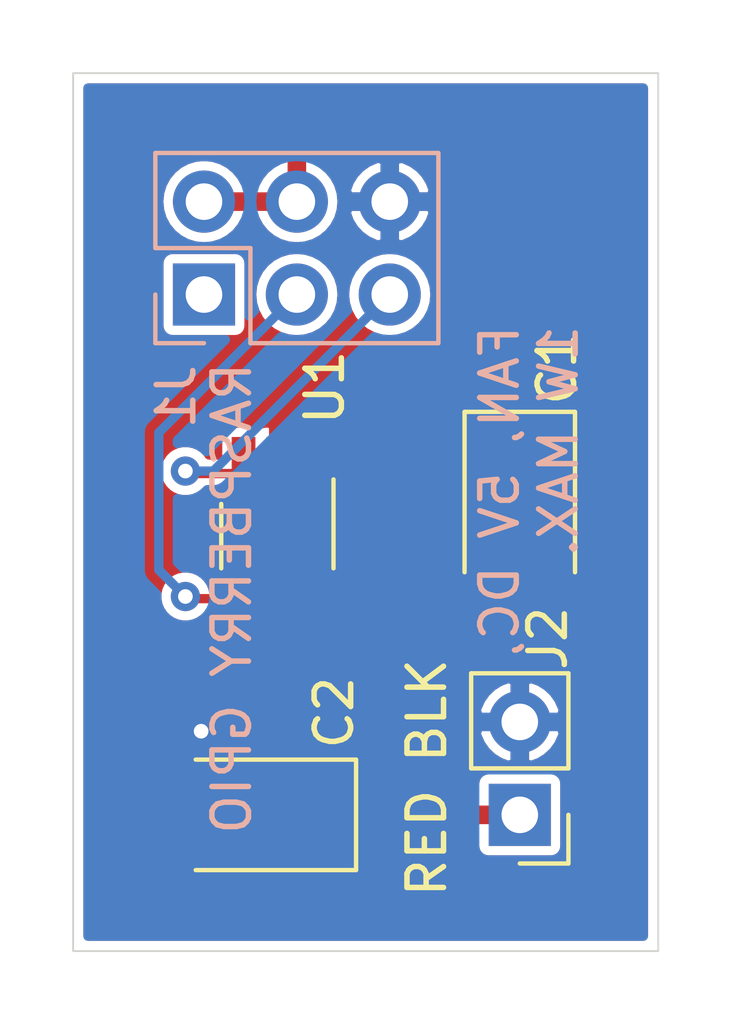
<source format=kicad_pcb>
(kicad_pcb (version 20171130) (host pcbnew 5.1.4+dfsg1-1~bpo10+1)

  (general
    (thickness 1.6)
    (drawings 7)
    (tracks 26)
    (zones 0)
    (modules 5)
    (nets 7)
  )

  (page A4)
  (title_block
    (title "Raspberry Fan Controller")
    (comment 1 "Koen De Vleeschauwer")
    (comment 2 "Released under the Creative Commons Attribution-ShareAlike 4.0 license.")
  )

  (layers
    (0 F.Cu signal)
    (31 B.Cu signal)
    (32 B.Adhes user)
    (33 F.Adhes user)
    (34 B.Paste user)
    (35 F.Paste user)
    (36 B.SilkS user)
    (37 F.SilkS user)
    (38 B.Mask user)
    (39 F.Mask user)
    (40 Dwgs.User user)
    (41 Cmts.User user)
    (42 Eco1.User user)
    (43 Eco2.User user)
    (44 Edge.Cuts user)
    (45 Margin user)
    (46 B.CrtYd user)
    (47 F.CrtYd user)
    (48 B.Fab user)
    (49 F.Fab user)
  )

  (setup
    (last_trace_width 0.508)
    (user_trace_width 0.254)
    (user_trace_width 0.508)
    (trace_clearance 0.2)
    (zone_clearance 0.254)
    (zone_45_only no)
    (trace_min 0.2)
    (via_size 0.8)
    (via_drill 0.4)
    (via_min_size 0.4)
    (via_min_drill 0.3)
    (uvia_size 0.3)
    (uvia_drill 0.1)
    (uvias_allowed no)
    (uvia_min_size 0.2)
    (uvia_min_drill 0.1)
    (edge_width 0.05)
    (segment_width 0.2)
    (pcb_text_width 0.3)
    (pcb_text_size 1.5 1.5)
    (mod_edge_width 0.12)
    (mod_text_size 1 1)
    (mod_text_width 0.15)
    (pad_size 1.524 1.524)
    (pad_drill 0.762)
    (pad_to_mask_clearance 0.051)
    (solder_mask_min_width 0.25)
    (aux_axis_origin 0 0)
    (visible_elements 7FFFFFFF)
    (pcbplotparams
      (layerselection 0x010fc_ffffffff)
      (usegerberextensions false)
      (usegerberattributes false)
      (usegerberadvancedattributes false)
      (creategerberjobfile false)
      (excludeedgelayer true)
      (linewidth 0.100000)
      (plotframeref false)
      (viasonmask false)
      (mode 1)
      (useauxorigin false)
      (hpglpennumber 1)
      (hpglpenspeed 20)
      (hpglpendiameter 15.000000)
      (psnegative false)
      (psa4output false)
      (plotreference true)
      (plotvalue true)
      (plotinvisibletext false)
      (padsonsilk false)
      (subtractmaskfromsilk false)
      (outputformat 1)
      (mirror false)
      (drillshape 1)
      (scaleselection 1)
      (outputdirectory ""))
  )

  (net 0 "")
  (net 1 GND)
  (net 2 +5V)
  (net 3 /VFAN)
  (net 4 "/GPIO3(SCL1)")
  (net 5 "/GPIO2(SDA1)")
  (net 6 +3V3)

  (net_class Default "This is the default net class."
    (clearance 0.2)
    (trace_width 0.25)
    (via_dia 0.8)
    (via_drill 0.4)
    (uvia_dia 0.3)
    (uvia_drill 0.1)
    (add_net +3V3)
    (add_net +5V)
    (add_net "/GPIO2(SDA1)")
    (add_net "/GPIO3(SCL1)")
    (add_net /VFAN)
    (add_net GND)
  )

  (module Connector_PinSocket_2.54mm:PinSocket_2x03_P2.54mm_Vertical (layer B.Cu) (tedit 5A19A425) (tstamp 5D67D9CC)
    (at 52.578 35.052 270)
    (descr "Through hole straight socket strip, 2x03, 2.54mm pitch, double cols (from Kicad 4.0.7), script generated")
    (tags "Through hole socket strip THT 2x03 2.54mm double row")
    (path /5D674065)
    (fp_text reference J1 (at 2.794 0.762 270) (layer B.SilkS)
      (effects (font (size 1 1) (thickness 0.15)) (justify mirror))
    )
    (fp_text value GPIO (at -1.27 -7.85 270) (layer B.Fab)
      (effects (font (size 1 1) (thickness 0.15)) (justify mirror))
    )
    (fp_text user %R (at -1.27 -2.54) (layer B.Fab)
      (effects (font (size 1 1) (thickness 0.15)) (justify mirror))
    )
    (fp_line (start -4.34 -6.85) (end -4.34 1.8) (layer B.CrtYd) (width 0.05))
    (fp_line (start 1.76 -6.85) (end -4.34 -6.85) (layer B.CrtYd) (width 0.05))
    (fp_line (start 1.76 1.8) (end 1.76 -6.85) (layer B.CrtYd) (width 0.05))
    (fp_line (start -4.34 1.8) (end 1.76 1.8) (layer B.CrtYd) (width 0.05))
    (fp_line (start 0 1.33) (end 1.33 1.33) (layer B.SilkS) (width 0.12))
    (fp_line (start 1.33 1.33) (end 1.33 0) (layer B.SilkS) (width 0.12))
    (fp_line (start -1.27 1.33) (end -1.27 -1.27) (layer B.SilkS) (width 0.12))
    (fp_line (start -1.27 -1.27) (end 1.33 -1.27) (layer B.SilkS) (width 0.12))
    (fp_line (start 1.33 -1.27) (end 1.33 -6.41) (layer B.SilkS) (width 0.12))
    (fp_line (start -3.87 -6.41) (end 1.33 -6.41) (layer B.SilkS) (width 0.12))
    (fp_line (start -3.87 1.33) (end -3.87 -6.41) (layer B.SilkS) (width 0.12))
    (fp_line (start -3.87 1.33) (end -1.27 1.33) (layer B.SilkS) (width 0.12))
    (fp_line (start -3.81 -6.35) (end -3.81 1.27) (layer B.Fab) (width 0.1))
    (fp_line (start 1.27 -6.35) (end -3.81 -6.35) (layer B.Fab) (width 0.1))
    (fp_line (start 1.27 0.27) (end 1.27 -6.35) (layer B.Fab) (width 0.1))
    (fp_line (start 0.27 1.27) (end 1.27 0.27) (layer B.Fab) (width 0.1))
    (fp_line (start -3.81 1.27) (end 0.27 1.27) (layer B.Fab) (width 0.1))
    (pad 6 thru_hole oval (at -2.54 -5.08 270) (size 1.7 1.7) (drill 1) (layers *.Cu *.Mask)
      (net 1 GND))
    (pad 5 thru_hole oval (at 0 -5.08 270) (size 1.7 1.7) (drill 1) (layers *.Cu *.Mask)
      (net 4 "/GPIO3(SCL1)"))
    (pad 4 thru_hole oval (at -2.54 -2.54 270) (size 1.7 1.7) (drill 1) (layers *.Cu *.Mask)
      (net 2 +5V))
    (pad 3 thru_hole oval (at 0 -2.54 270) (size 1.7 1.7) (drill 1) (layers *.Cu *.Mask)
      (net 5 "/GPIO2(SDA1)"))
    (pad 2 thru_hole oval (at -2.54 0 270) (size 1.7 1.7) (drill 1) (layers *.Cu *.Mask)
      (net 2 +5V))
    (pad 1 thru_hole rect (at 0 0 270) (size 1.7 1.7) (drill 1) (layers *.Cu *.Mask)
      (net 6 +3V3))
    (model ${KISYS3DMOD}/Connector_PinSocket_2.54mm.3dshapes/PinSocket_2x03_P2.54mm_Vertical.wrl
      (at (xyz 0 0 0))
      (scale (xyz 1 1 1))
      (rotate (xyz 0 0 0))
    )
  )

  (module Connector_PinHeader_2.54mm:PinHeader_1x02_P2.54mm_Vertical (layer F.Cu) (tedit 59FED5CC) (tstamp 5D67D8A1)
    (at 61.214 49.276 180)
    (descr "Through hole straight pin header, 1x02, 2.54mm pitch, single row")
    (tags "Through hole pin header THT 1x02 2.54mm single row")
    (path /5C841393)
    (fp_text reference J2 (at -0.762 4.826 90) (layer F.SilkS)
      (effects (font (size 1 1) (thickness 0.15)))
    )
    (fp_text value FAN (at 0 4.87) (layer F.Fab)
      (effects (font (size 1 1) (thickness 0.15)))
    )
    (fp_text user %R (at 0 1.27 90) (layer F.Fab)
      (effects (font (size 1 1) (thickness 0.15)))
    )
    (fp_line (start 1.8 -1.8) (end -1.8 -1.8) (layer F.CrtYd) (width 0.05))
    (fp_line (start 1.8 4.35) (end 1.8 -1.8) (layer F.CrtYd) (width 0.05))
    (fp_line (start -1.8 4.35) (end 1.8 4.35) (layer F.CrtYd) (width 0.05))
    (fp_line (start -1.8 -1.8) (end -1.8 4.35) (layer F.CrtYd) (width 0.05))
    (fp_line (start -1.33 -1.33) (end 0 -1.33) (layer F.SilkS) (width 0.12))
    (fp_line (start -1.33 0) (end -1.33 -1.33) (layer F.SilkS) (width 0.12))
    (fp_line (start -1.33 1.27) (end 1.33 1.27) (layer F.SilkS) (width 0.12))
    (fp_line (start 1.33 1.27) (end 1.33 3.87) (layer F.SilkS) (width 0.12))
    (fp_line (start -1.33 1.27) (end -1.33 3.87) (layer F.SilkS) (width 0.12))
    (fp_line (start -1.33 3.87) (end 1.33 3.87) (layer F.SilkS) (width 0.12))
    (fp_line (start -1.27 -0.635) (end -0.635 -1.27) (layer F.Fab) (width 0.1))
    (fp_line (start -1.27 3.81) (end -1.27 -0.635) (layer F.Fab) (width 0.1))
    (fp_line (start 1.27 3.81) (end -1.27 3.81) (layer F.Fab) (width 0.1))
    (fp_line (start 1.27 -1.27) (end 1.27 3.81) (layer F.Fab) (width 0.1))
    (fp_line (start -0.635 -1.27) (end 1.27 -1.27) (layer F.Fab) (width 0.1))
    (pad 2 thru_hole oval (at 0 2.54 180) (size 1.7 1.7) (drill 1) (layers *.Cu *.Mask)
      (net 1 GND))
    (pad 1 thru_hole rect (at 0 0 180) (size 1.7 1.7) (drill 1) (layers *.Cu *.Mask)
      (net 3 /VFAN))
    (model ${KISYS3DMOD}/Connector_PinHeader_2.54mm.3dshapes/PinHeader_1x02_P2.54mm_Vertical.wrl
      (at (xyz 0 0 0))
      (scale (xyz 1 1 1))
      (rotate (xyz 0 0 0))
    )
  )

  (module Package_TO_SOT_SMD:TSOT-23-5_HandSoldering (layer F.Cu) (tedit 5A02FF57) (tstamp 5D67D7E4)
    (at 54.61 41.656 270)
    (descr "5-pin TSOT23 package, http://cds.linear.com/docs/en/packaging/SOT_5_05-08-1635.pdf")
    (tags "TSOT-23-5 Hand-soldering")
    (path /5C828924)
    (attr smd)
    (fp_text reference U1 (at -4.064 -1.27 90) (layer F.SilkS)
      (effects (font (size 1 1) (thickness 0.15)))
    )
    (fp_text value LTC1695CS5 (at 0 2.5 90) (layer F.Fab)
      (effects (font (size 1 1) (thickness 0.15)))
    )
    (fp_line (start 2.96 1.7) (end -2.96 1.7) (layer F.CrtYd) (width 0.05))
    (fp_line (start 2.96 1.7) (end 2.96 -1.7) (layer F.CrtYd) (width 0.05))
    (fp_line (start -2.96 -1.7) (end -2.96 1.7) (layer F.CrtYd) (width 0.05))
    (fp_line (start -2.96 -1.7) (end 2.96 -1.7) (layer F.CrtYd) (width 0.05))
    (fp_line (start 0.88 -1.45) (end 0.88 1.45) (layer F.Fab) (width 0.1))
    (fp_line (start 0.88 1.45) (end -0.88 1.45) (layer F.Fab) (width 0.1))
    (fp_line (start -0.88 -1) (end -0.88 1.45) (layer F.Fab) (width 0.1))
    (fp_line (start 0.88 -1.45) (end -0.43 -1.45) (layer F.Fab) (width 0.1))
    (fp_line (start -0.88 -1) (end -0.43 -1.45) (layer F.Fab) (width 0.1))
    (fp_line (start 0.88 -1.51) (end -1.55 -1.51) (layer F.SilkS) (width 0.12))
    (fp_line (start -0.88 1.56) (end 0.88 1.56) (layer F.SilkS) (width 0.12))
    (fp_text user %R (at 0 0) (layer F.Fab)
      (effects (font (size 0.5 0.5) (thickness 0.075)))
    )
    (pad 5 smd rect (at 1.71 -0.95 270) (size 2 0.65) (layers F.Cu F.Paste F.Mask)
      (net 3 /VFAN))
    (pad 4 smd rect (at 1.71 0.95 270) (size 2 0.65) (layers F.Cu F.Paste F.Mask)
      (net 5 "/GPIO2(SDA1)"))
    (pad 3 smd rect (at -1.71 0.95 270) (size 2 0.65) (layers F.Cu F.Paste F.Mask)
      (net 4 "/GPIO3(SCL1)"))
    (pad 2 smd rect (at -1.71 0 270) (size 2 0.65) (layers F.Cu F.Paste F.Mask)
      (net 1 GND))
    (pad 1 smd rect (at -1.71 -0.95 270) (size 2 0.65) (layers F.Cu F.Paste F.Mask)
      (net 2 +5V))
    (model ${KISYS3DMOD}/Package_TO_SOT_SMD.3dshapes/TSOT-23-5.wrl
      (at (xyz 0 0 0))
      (scale (xyz 1 1 1))
      (rotate (xyz 0 0 0))
    )
  )

  (module Capacitor_Tantalum_SMD:CP_EIA-3528-12_Kemet-T_Pad1.50x2.35mm_HandSolder (layer F.Cu) (tedit 5B342532) (tstamp 5D664A37)
    (at 54.102 49.276 180)
    (descr "Tantalum Capacitor SMD Kemet-T (3528-12 Metric), IPC_7351 nominal, (Body size from: http://www.kemet.com/Lists/ProductCatalog/Attachments/253/KEM_TC101_STD.pdf), generated with kicad-footprint-generator")
    (tags "capacitor tantalum")
    (path /5C8411FE)
    (attr smd)
    (fp_text reference C2 (at -2.032 2.794 90) (layer F.SilkS)
      (effects (font (size 1 1) (thickness 0.15)))
    )
    (fp_text value "4u7 20V ESR 1R" (at 0 2.35) (layer F.Fab)
      (effects (font (size 1 1) (thickness 0.15)))
    )
    (fp_text user %R (at 0 0) (layer F.Fab)
      (effects (font (size 0.88 0.88) (thickness 0.13)))
    )
    (fp_line (start 2.62 1.65) (end -2.62 1.65) (layer F.CrtYd) (width 0.05))
    (fp_line (start 2.62 -1.65) (end 2.62 1.65) (layer F.CrtYd) (width 0.05))
    (fp_line (start -2.62 -1.65) (end 2.62 -1.65) (layer F.CrtYd) (width 0.05))
    (fp_line (start -2.62 1.65) (end -2.62 -1.65) (layer F.CrtYd) (width 0.05))
    (fp_line (start -2.635 1.51) (end 1.75 1.51) (layer F.SilkS) (width 0.12))
    (fp_line (start -2.635 -1.51) (end -2.635 1.51) (layer F.SilkS) (width 0.12))
    (fp_line (start 1.75 -1.51) (end -2.635 -1.51) (layer F.SilkS) (width 0.12))
    (fp_line (start 1.75 1.4) (end 1.75 -1.4) (layer F.Fab) (width 0.1))
    (fp_line (start -1.75 1.4) (end 1.75 1.4) (layer F.Fab) (width 0.1))
    (fp_line (start -1.75 -0.7) (end -1.75 1.4) (layer F.Fab) (width 0.1))
    (fp_line (start -1.05 -1.4) (end -1.75 -0.7) (layer F.Fab) (width 0.1))
    (fp_line (start 1.75 -1.4) (end -1.05 -1.4) (layer F.Fab) (width 0.1))
    (pad 2 smd roundrect (at 1.625 0 180) (size 1.5 2.35) (layers F.Cu F.Paste F.Mask) (roundrect_rratio 0.166667)
      (net 1 GND))
    (pad 1 smd roundrect (at -1.625 0 180) (size 1.5 2.35) (layers F.Cu F.Paste F.Mask) (roundrect_rratio 0.166667)
      (net 3 /VFAN))
    (model ${KISYS3DMOD}/Capacitor_Tantalum_SMD.3dshapes/CP_EIA-3528-12_Kemet-T.wrl
      (at (xyz 0 0 0))
      (scale (xyz 1 1 1))
      (rotate (xyz 0 0 0))
    )
  )

  (module Capacitor_Tantalum_SMD:CP_EIA-3528-12_Kemet-T_Pad1.50x2.35mm_HandSolder (layer F.Cu) (tedit 5B342532) (tstamp 5D67DA5E)
    (at 61.214 40.894 270)
    (descr "Tantalum Capacitor SMD Kemet-T (3528-12 Metric), IPC_7351 nominal, (Body size from: http://www.kemet.com/Lists/ProductCatalog/Attachments/253/KEM_TC101_STD.pdf), generated with kicad-footprint-generator")
    (tags "capacitor tantalum")
    (path /5C841427)
    (attr smd)
    (fp_text reference C1 (at -3.81 -1.016 90) (layer F.SilkS)
      (effects (font (size 1 1) (thickness 0.15)))
    )
    (fp_text value "4u7 20V ESR 1R" (at 0 2.35 90) (layer F.Fab)
      (effects (font (size 1 1) (thickness 0.15)))
    )
    (fp_text user %R (at 0 0 90) (layer F.Fab)
      (effects (font (size 0.88 0.88) (thickness 0.13)))
    )
    (fp_line (start 2.62 1.65) (end -2.62 1.65) (layer F.CrtYd) (width 0.05))
    (fp_line (start 2.62 -1.65) (end 2.62 1.65) (layer F.CrtYd) (width 0.05))
    (fp_line (start -2.62 -1.65) (end 2.62 -1.65) (layer F.CrtYd) (width 0.05))
    (fp_line (start -2.62 1.65) (end -2.62 -1.65) (layer F.CrtYd) (width 0.05))
    (fp_line (start -2.635 1.51) (end 1.75 1.51) (layer F.SilkS) (width 0.12))
    (fp_line (start -2.635 -1.51) (end -2.635 1.51) (layer F.SilkS) (width 0.12))
    (fp_line (start 1.75 -1.51) (end -2.635 -1.51) (layer F.SilkS) (width 0.12))
    (fp_line (start 1.75 1.4) (end 1.75 -1.4) (layer F.Fab) (width 0.1))
    (fp_line (start -1.75 1.4) (end 1.75 1.4) (layer F.Fab) (width 0.1))
    (fp_line (start -1.75 -0.7) (end -1.75 1.4) (layer F.Fab) (width 0.1))
    (fp_line (start -1.05 -1.4) (end -1.75 -0.7) (layer F.Fab) (width 0.1))
    (fp_line (start 1.75 -1.4) (end -1.05 -1.4) (layer F.Fab) (width 0.1))
    (pad 2 smd roundrect (at 1.625 0 270) (size 1.5 2.35) (layers F.Cu F.Paste F.Mask) (roundrect_rratio 0.166667)
      (net 1 GND))
    (pad 1 smd roundrect (at -1.625 0 270) (size 1.5 2.35) (layers F.Cu F.Paste F.Mask) (roundrect_rratio 0.166667)
      (net 2 +5V))
    (model ${KISYS3DMOD}/Capacitor_Tantalum_SMD.3dshapes/CP_EIA-3528-12_Kemet-T.wrl
      (at (xyz 0 0 0))
      (scale (xyz 1 1 1))
      (rotate (xyz 0 0 0))
    )
  )

  (gr_text "FAN, 5V DC,\n1W MAX." (at 61.468 35.814 90) (layer B.SilkS) (tstamp 5D68E157)
    (effects (font (size 1 1) (thickness 0.15)) (justify left mirror))
  )
  (gr_text "RASPBERRY GPIO" (at 53.34 36.83 90) (layer B.SilkS)
    (effects (font (size 1 1) (thickness 0.15)) (justify left mirror))
  )
  (gr_line (start 49 53) (end 49 29) (layer Edge.Cuts) (width 0.05) (tstamp 5D68C943))
  (gr_line (start 65 53) (end 49 53) (layer Edge.Cuts) (width 0.05))
  (gr_line (start 65 29) (end 65 53) (layer Edge.Cuts) (width 0.05))
  (gr_line (start 49 29) (end 65 29) (layer Edge.Cuts) (width 0.05))
  (gr_text "RED BLK" (at 58.674 48.26 90) (layer F.SilkS)
    (effects (font (size 1 1) (thickness 0.15)))
  )

  (via (at 52.5 46.99) (size 0.8) (drill 0.4) (layers F.Cu B.Cu) (net 1))
  (segment (start 55.118 31.242) (end 55.118 32.512) (width 0.508) (layer F.Cu) (net 2))
  (segment (start 60.452 30.48) (end 55.88 30.48) (width 0.508) (layer F.Cu) (net 2))
  (segment (start 55.88 30.48) (end 55.118 31.242) (width 0.508) (layer F.Cu) (net 2))
  (segment (start 61.214 39.269) (end 61.214 31.242) (width 0.508) (layer F.Cu) (net 2))
  (segment (start 61.214 31.242) (end 60.452 30.48) (width 0.508) (layer F.Cu) (net 2))
  (segment (start 55.56 39.946) (end 57.59 39.946) (width 0.508) (layer F.Cu) (net 2))
  (segment (start 58.267 39.269) (end 61.214 39.269) (width 0.508) (layer F.Cu) (net 2))
  (segment (start 57.59 39.946) (end 58.267 39.269) (width 0.508) (layer F.Cu) (net 2))
  (segment (start 52.578 32.512) (end 55.118 32.512) (width 0.508) (layer F.Cu) (net 2))
  (segment (start 61.214 49.276) (end 55.727 49.276) (width 0.508) (layer F.Cu) (net 3))
  (segment (start 55.56 43.366) (end 55.56 46.162) (width 0.508) (layer F.Cu) (net 3))
  (segment (start 55.727 46.329) (end 55.727 49.276) (width 0.508) (layer F.Cu) (net 3))
  (segment (start 55.56 46.162) (end 55.727 46.329) (width 0.508) (layer F.Cu) (net 3))
  (via (at 52.07 39.878) (size 0.8) (drill 0.4) (layers F.Cu B.Cu) (net 4) (tstamp 5D68CB67))
  (segment (start 52.138 39.946) (end 52.07 39.878) (width 0.254) (layer F.Cu) (net 4))
  (segment (start 53.66 39.946) (end 52.138 39.946) (width 0.254) (layer F.Cu) (net 4))
  (segment (start 52.832 39.878) (end 52.07 39.878) (width 0.254) (layer B.Cu) (net 4))
  (segment (start 57.658 35.052) (end 52.832 39.878) (width 0.254) (layer B.Cu) (net 4))
  (via (at 52.07 43.307) (size 0.8) (drill 0.4) (layers F.Cu B.Cu) (net 5))
  (segment (start 52.129 43.366) (end 52.07 43.307) (width 0.254) (layer F.Cu) (net 5))
  (segment (start 53.66 43.366) (end 52.129 43.366) (width 0.254) (layer F.Cu) (net 5))
  (segment (start 51.670001 42.907001) (end 52.07 43.307) (width 0.254) (layer B.Cu) (net 5))
  (segment (start 51.342999 42.579999) (end 51.670001 42.907001) (width 0.254) (layer B.Cu) (net 5))
  (segment (start 51.342999 38.827001) (end 51.342999 42.579999) (width 0.254) (layer B.Cu) (net 5))
  (segment (start 55.118 35.052) (end 51.342999 38.827001) (width 0.254) (layer B.Cu) (net 5))

  (zone (net 1) (net_name GND) (layer F.Cu) (tstamp 0) (hatch edge 0.508)
    (connect_pads (clearance 0.254))
    (min_thickness 0.254)
    (fill yes (arc_segments 32) (thermal_gap 0.254) (thermal_bridge_width 0.508))
    (polygon
      (pts
        (xy 47 27) (xy 67 27) (xy 67 55) (xy 47 55)
      )
    )
    (filled_polygon
      (pts
        (xy 64.594001 52.594) (xy 49.406 52.594) (xy 49.406 50.451) (xy 51.344157 50.451) (xy 51.351513 50.525689)
        (xy 51.373299 50.597508) (xy 51.408678 50.663696) (xy 51.456289 50.721711) (xy 51.514304 50.769322) (xy 51.580492 50.804701)
        (xy 51.652311 50.826487) (xy 51.727 50.833843) (xy 52.25475 50.832) (xy 52.35 50.73675) (xy 52.35 49.403)
        (xy 52.604 49.403) (xy 52.604 50.73675) (xy 52.69925 50.832) (xy 53.227 50.833843) (xy 53.301689 50.826487)
        (xy 53.373508 50.804701) (xy 53.439696 50.769322) (xy 53.497711 50.721711) (xy 53.545322 50.663696) (xy 53.580701 50.597508)
        (xy 53.602487 50.525689) (xy 53.609843 50.451) (xy 53.608 49.49825) (xy 53.51275 49.403) (xy 52.604 49.403)
        (xy 52.35 49.403) (xy 51.44125 49.403) (xy 51.346 49.49825) (xy 51.344157 50.451) (xy 49.406 50.451)
        (xy 49.406 48.101) (xy 51.344157 48.101) (xy 51.346 49.05375) (xy 51.44125 49.149) (xy 52.35 49.149)
        (xy 52.35 47.81525) (xy 52.604 47.81525) (xy 52.604 49.149) (xy 53.51275 49.149) (xy 53.608 49.05375)
        (xy 53.609359 48.351) (xy 54.594157 48.351) (xy 54.594157 50.201) (xy 54.606317 50.324462) (xy 54.642329 50.443179)
        (xy 54.70081 50.552589) (xy 54.779512 50.648488) (xy 54.875411 50.72719) (xy 54.984821 50.785671) (xy 55.103538 50.821683)
        (xy 55.227 50.833843) (xy 56.227 50.833843) (xy 56.350462 50.821683) (xy 56.469179 50.785671) (xy 56.578589 50.72719)
        (xy 56.674488 50.648488) (xy 56.75319 50.552589) (xy 56.811671 50.443179) (xy 56.847683 50.324462) (xy 56.859843 50.201)
        (xy 56.859843 49.911) (xy 59.981157 49.911) (xy 59.981157 50.126) (xy 59.988513 50.200689) (xy 60.010299 50.272508)
        (xy 60.045678 50.338696) (xy 60.093289 50.396711) (xy 60.151304 50.444322) (xy 60.217492 50.479701) (xy 60.289311 50.501487)
        (xy 60.364 50.508843) (xy 62.064 50.508843) (xy 62.138689 50.501487) (xy 62.210508 50.479701) (xy 62.276696 50.444322)
        (xy 62.334711 50.396711) (xy 62.382322 50.338696) (xy 62.417701 50.272508) (xy 62.439487 50.200689) (xy 62.446843 50.126)
        (xy 62.446843 48.426) (xy 62.439487 48.351311) (xy 62.417701 48.279492) (xy 62.382322 48.213304) (xy 62.334711 48.155289)
        (xy 62.276696 48.107678) (xy 62.210508 48.072299) (xy 62.138689 48.050513) (xy 62.064 48.043157) (xy 60.364 48.043157)
        (xy 60.289311 48.050513) (xy 60.217492 48.072299) (xy 60.151304 48.107678) (xy 60.093289 48.155289) (xy 60.045678 48.213304)
        (xy 60.010299 48.279492) (xy 59.988513 48.351311) (xy 59.981157 48.426) (xy 59.981157 48.641) (xy 56.859843 48.641)
        (xy 56.859843 48.351) (xy 56.847683 48.227538) (xy 56.811671 48.108821) (xy 56.75319 47.999411) (xy 56.674488 47.903512)
        (xy 56.578589 47.82481) (xy 56.469179 47.766329) (xy 56.362 47.733817) (xy 56.362 47.05298) (xy 60.024511 47.05298)
        (xy 60.048866 47.133288) (xy 60.148761 47.352961) (xy 60.289592 47.548924) (xy 60.465948 47.713647) (xy 60.671051 47.840799)
        (xy 60.897019 47.925495) (xy 61.087 47.865187) (xy 61.087 46.863) (xy 61.341 46.863) (xy 61.341 47.865187)
        (xy 61.530981 47.925495) (xy 61.756949 47.840799) (xy 61.962052 47.713647) (xy 62.138408 47.548924) (xy 62.279239 47.352961)
        (xy 62.379134 47.133288) (xy 62.403489 47.05298) (xy 62.342627 46.863) (xy 61.341 46.863) (xy 61.087 46.863)
        (xy 60.085373 46.863) (xy 60.024511 47.05298) (xy 56.362 47.05298) (xy 56.362 46.41902) (xy 60.024511 46.41902)
        (xy 60.085373 46.609) (xy 61.087 46.609) (xy 61.087 45.606813) (xy 61.341 45.606813) (xy 61.341 46.609)
        (xy 62.342627 46.609) (xy 62.403489 46.41902) (xy 62.379134 46.338712) (xy 62.279239 46.119039) (xy 62.138408 45.923076)
        (xy 61.962052 45.758353) (xy 61.756949 45.631201) (xy 61.530981 45.546505) (xy 61.341 45.606813) (xy 61.087 45.606813)
        (xy 60.897019 45.546505) (xy 60.671051 45.631201) (xy 60.465948 45.758353) (xy 60.289592 45.923076) (xy 60.148761 46.119039)
        (xy 60.048866 46.338712) (xy 60.024511 46.41902) (xy 56.362 46.41902) (xy 56.362 46.360189) (xy 56.365072 46.329)
        (xy 56.362 46.297808) (xy 56.352812 46.204518) (xy 56.316502 46.08482) (xy 56.257537 45.974506) (xy 56.195 45.898304)
        (xy 56.195 44.588837) (xy 56.203322 44.578696) (xy 56.238701 44.512508) (xy 56.260487 44.440689) (xy 56.267843 44.366)
        (xy 56.267843 43.269) (xy 59.656157 43.269) (xy 59.663513 43.343689) (xy 59.685299 43.415508) (xy 59.720678 43.481696)
        (xy 59.768289 43.539711) (xy 59.826304 43.587322) (xy 59.892492 43.622701) (xy 59.964311 43.644487) (xy 60.039 43.651843)
        (xy 60.99175 43.65) (xy 61.087 43.55475) (xy 61.087 42.646) (xy 61.341 42.646) (xy 61.341 43.55475)
        (xy 61.43625 43.65) (xy 62.389 43.651843) (xy 62.463689 43.644487) (xy 62.535508 43.622701) (xy 62.601696 43.587322)
        (xy 62.659711 43.539711) (xy 62.707322 43.481696) (xy 62.742701 43.415508) (xy 62.764487 43.343689) (xy 62.771843 43.269)
        (xy 62.77 42.74125) (xy 62.67475 42.646) (xy 61.341 42.646) (xy 61.087 42.646) (xy 59.75325 42.646)
        (xy 59.658 42.74125) (xy 59.656157 43.269) (xy 56.267843 43.269) (xy 56.267843 42.366) (xy 56.260487 42.291311)
        (xy 56.238701 42.219492) (xy 56.203322 42.153304) (xy 56.155711 42.095289) (xy 56.097696 42.047678) (xy 56.031508 42.012299)
        (xy 55.959689 41.990513) (xy 55.885 41.983157) (xy 55.235 41.983157) (xy 55.160311 41.990513) (xy 55.088492 42.012299)
        (xy 55.022304 42.047678) (xy 54.964289 42.095289) (xy 54.916678 42.153304) (xy 54.881299 42.219492) (xy 54.859513 42.291311)
        (xy 54.852157 42.366) (xy 54.852157 44.366) (xy 54.859513 44.440689) (xy 54.881299 44.512508) (xy 54.916678 44.578696)
        (xy 54.925 44.588837) (xy 54.925001 46.130809) (xy 54.921929 46.162) (xy 54.925001 46.193191) (xy 54.925001 46.193192)
        (xy 54.926117 46.204518) (xy 54.934189 46.286481) (xy 54.970498 46.406179) (xy 54.970499 46.40618) (xy 55.029464 46.516494)
        (xy 55.092 46.592695) (xy 55.092 47.733817) (xy 54.984821 47.766329) (xy 54.875411 47.82481) (xy 54.779512 47.903512)
        (xy 54.70081 47.999411) (xy 54.642329 48.108821) (xy 54.606317 48.227538) (xy 54.594157 48.351) (xy 53.609359 48.351)
        (xy 53.609843 48.101) (xy 53.602487 48.026311) (xy 53.580701 47.954492) (xy 53.545322 47.888304) (xy 53.497711 47.830289)
        (xy 53.439696 47.782678) (xy 53.373508 47.747299) (xy 53.301689 47.725513) (xy 53.227 47.718157) (xy 52.69925 47.72)
        (xy 52.604 47.81525) (xy 52.35 47.81525) (xy 52.25475 47.72) (xy 51.727 47.718157) (xy 51.652311 47.725513)
        (xy 51.580492 47.747299) (xy 51.514304 47.782678) (xy 51.456289 47.830289) (xy 51.408678 47.888304) (xy 51.373299 47.954492)
        (xy 51.351513 48.026311) (xy 51.344157 48.101) (xy 49.406 48.101) (xy 49.406 43.230078) (xy 51.289 43.230078)
        (xy 51.289 43.383922) (xy 51.319013 43.534809) (xy 51.377887 43.676942) (xy 51.463358 43.804859) (xy 51.572141 43.913642)
        (xy 51.700058 43.999113) (xy 51.842191 44.057987) (xy 51.993078 44.088) (xy 52.146922 44.088) (xy 52.297809 44.057987)
        (xy 52.439942 43.999113) (xy 52.567859 43.913642) (xy 52.607501 43.874) (xy 52.952157 43.874) (xy 52.952157 44.366)
        (xy 52.959513 44.440689) (xy 52.981299 44.512508) (xy 53.016678 44.578696) (xy 53.064289 44.636711) (xy 53.122304 44.684322)
        (xy 53.188492 44.719701) (xy 53.260311 44.741487) (xy 53.335 44.748843) (xy 53.985 44.748843) (xy 54.059689 44.741487)
        (xy 54.131508 44.719701) (xy 54.197696 44.684322) (xy 54.255711 44.636711) (xy 54.303322 44.578696) (xy 54.338701 44.512508)
        (xy 54.360487 44.440689) (xy 54.367843 44.366) (xy 54.367843 42.366) (xy 54.360487 42.291311) (xy 54.338701 42.219492)
        (xy 54.303322 42.153304) (xy 54.255711 42.095289) (xy 54.197696 42.047678) (xy 54.131508 42.012299) (xy 54.059689 41.990513)
        (xy 53.985 41.983157) (xy 53.335 41.983157) (xy 53.260311 41.990513) (xy 53.188492 42.012299) (xy 53.122304 42.047678)
        (xy 53.064289 42.095289) (xy 53.016678 42.153304) (xy 52.981299 42.219492) (xy 52.959513 42.291311) (xy 52.952157 42.366)
        (xy 52.952157 42.858) (xy 52.709288 42.858) (xy 52.676642 42.809141) (xy 52.567859 42.700358) (xy 52.439942 42.614887)
        (xy 52.297809 42.556013) (xy 52.146922 42.526) (xy 51.993078 42.526) (xy 51.842191 42.556013) (xy 51.700058 42.614887)
        (xy 51.572141 42.700358) (xy 51.463358 42.809141) (xy 51.377887 42.937058) (xy 51.319013 43.079191) (xy 51.289 43.230078)
        (xy 49.406 43.230078) (xy 49.406 41.769) (xy 59.656157 41.769) (xy 59.658 42.29675) (xy 59.75325 42.392)
        (xy 61.087 42.392) (xy 61.087 41.48325) (xy 61.341 41.48325) (xy 61.341 42.392) (xy 62.67475 42.392)
        (xy 62.77 42.29675) (xy 62.771843 41.769) (xy 62.764487 41.694311) (xy 62.742701 41.622492) (xy 62.707322 41.556304)
        (xy 62.659711 41.498289) (xy 62.601696 41.450678) (xy 62.535508 41.415299) (xy 62.463689 41.393513) (xy 62.389 41.386157)
        (xy 61.43625 41.388) (xy 61.341 41.48325) (xy 61.087 41.48325) (xy 60.99175 41.388) (xy 60.039 41.386157)
        (xy 59.964311 41.393513) (xy 59.892492 41.415299) (xy 59.826304 41.450678) (xy 59.768289 41.498289) (xy 59.720678 41.556304)
        (xy 59.685299 41.622492) (xy 59.663513 41.694311) (xy 59.656157 41.769) (xy 49.406 41.769) (xy 49.406 39.801078)
        (xy 51.289 39.801078) (xy 51.289 39.954922) (xy 51.319013 40.105809) (xy 51.377887 40.247942) (xy 51.463358 40.375859)
        (xy 51.572141 40.484642) (xy 51.700058 40.570113) (xy 51.842191 40.628987) (xy 51.993078 40.659) (xy 52.146922 40.659)
        (xy 52.297809 40.628987) (xy 52.439942 40.570113) (xy 52.567859 40.484642) (xy 52.598501 40.454) (xy 52.952157 40.454)
        (xy 52.952157 40.946) (xy 52.959513 41.020689) (xy 52.981299 41.092508) (xy 53.016678 41.158696) (xy 53.064289 41.216711)
        (xy 53.122304 41.264322) (xy 53.188492 41.299701) (xy 53.260311 41.321487) (xy 53.335 41.328843) (xy 53.985 41.328843)
        (xy 54.059689 41.321487) (xy 54.131508 41.299701) (xy 54.135 41.297834) (xy 54.138492 41.299701) (xy 54.210311 41.321487)
        (xy 54.285 41.328843) (xy 54.38775 41.327) (xy 54.483 41.23175) (xy 54.483 40.073) (xy 54.463 40.073)
        (xy 54.463 39.819) (xy 54.483 39.819) (xy 54.483 38.66025) (xy 54.38775 38.565) (xy 54.285 38.563157)
        (xy 54.210311 38.570513) (xy 54.138492 38.592299) (xy 54.135 38.594166) (xy 54.131508 38.592299) (xy 54.059689 38.570513)
        (xy 53.985 38.563157) (xy 53.335 38.563157) (xy 53.260311 38.570513) (xy 53.188492 38.592299) (xy 53.122304 38.627678)
        (xy 53.064289 38.675289) (xy 53.016678 38.733304) (xy 52.981299 38.799492) (xy 52.959513 38.871311) (xy 52.952157 38.946)
        (xy 52.952157 39.438) (xy 52.715302 39.438) (xy 52.676642 39.380141) (xy 52.567859 39.271358) (xy 52.439942 39.185887)
        (xy 52.297809 39.127013) (xy 52.146922 39.097) (xy 51.993078 39.097) (xy 51.842191 39.127013) (xy 51.700058 39.185887)
        (xy 51.572141 39.271358) (xy 51.463358 39.380141) (xy 51.377887 39.508058) (xy 51.319013 39.650191) (xy 51.289 39.801078)
        (xy 49.406 39.801078) (xy 49.406 34.202) (xy 51.345157 34.202) (xy 51.345157 35.902) (xy 51.352513 35.976689)
        (xy 51.374299 36.048508) (xy 51.409678 36.114696) (xy 51.457289 36.172711) (xy 51.515304 36.220322) (xy 51.581492 36.255701)
        (xy 51.653311 36.277487) (xy 51.728 36.284843) (xy 53.428 36.284843) (xy 53.502689 36.277487) (xy 53.574508 36.255701)
        (xy 53.640696 36.220322) (xy 53.698711 36.172711) (xy 53.746322 36.114696) (xy 53.781701 36.048508) (xy 53.803487 35.976689)
        (xy 53.810843 35.902) (xy 53.810843 35.052) (xy 53.881044 35.052) (xy 53.904812 35.293318) (xy 53.975202 35.525363)
        (xy 54.089509 35.739216) (xy 54.24334 35.92666) (xy 54.430784 36.080491) (xy 54.644637 36.194798) (xy 54.876682 36.265188)
        (xy 55.057528 36.283) (xy 55.178472 36.283) (xy 55.359318 36.265188) (xy 55.591363 36.194798) (xy 55.805216 36.080491)
        (xy 55.99266 35.92666) (xy 56.146491 35.739216) (xy 56.260798 35.525363) (xy 56.331188 35.293318) (xy 56.354956 35.052)
        (xy 56.421044 35.052) (xy 56.444812 35.293318) (xy 56.515202 35.525363) (xy 56.629509 35.739216) (xy 56.78334 35.92666)
        (xy 56.970784 36.080491) (xy 57.184637 36.194798) (xy 57.416682 36.265188) (xy 57.597528 36.283) (xy 57.718472 36.283)
        (xy 57.899318 36.265188) (xy 58.131363 36.194798) (xy 58.345216 36.080491) (xy 58.53266 35.92666) (xy 58.686491 35.739216)
        (xy 58.800798 35.525363) (xy 58.871188 35.293318) (xy 58.894956 35.052) (xy 58.871188 34.810682) (xy 58.800798 34.578637)
        (xy 58.686491 34.364784) (xy 58.53266 34.17734) (xy 58.345216 34.023509) (xy 58.131363 33.909202) (xy 57.899318 33.838812)
        (xy 57.718472 33.821) (xy 57.597528 33.821) (xy 57.416682 33.838812) (xy 57.184637 33.909202) (xy 56.970784 34.023509)
        (xy 56.78334 34.17734) (xy 56.629509 34.364784) (xy 56.515202 34.578637) (xy 56.444812 34.810682) (xy 56.421044 35.052)
        (xy 56.354956 35.052) (xy 56.331188 34.810682) (xy 56.260798 34.578637) (xy 56.146491 34.364784) (xy 55.99266 34.17734)
        (xy 55.805216 34.023509) (xy 55.591363 33.909202) (xy 55.359318 33.838812) (xy 55.178472 33.821) (xy 55.057528 33.821)
        (xy 54.876682 33.838812) (xy 54.644637 33.909202) (xy 54.430784 34.023509) (xy 54.24334 34.17734) (xy 54.089509 34.364784)
        (xy 53.975202 34.578637) (xy 53.904812 34.810682) (xy 53.881044 35.052) (xy 53.810843 35.052) (xy 53.810843 34.202)
        (xy 53.803487 34.127311) (xy 53.781701 34.055492) (xy 53.746322 33.989304) (xy 53.698711 33.931289) (xy 53.640696 33.883678)
        (xy 53.574508 33.848299) (xy 53.502689 33.826513) (xy 53.428 33.819157) (xy 51.728 33.819157) (xy 51.653311 33.826513)
        (xy 51.581492 33.848299) (xy 51.515304 33.883678) (xy 51.457289 33.931289) (xy 51.409678 33.989304) (xy 51.374299 34.055492)
        (xy 51.352513 34.127311) (xy 51.345157 34.202) (xy 49.406 34.202) (xy 49.406 32.512) (xy 51.341044 32.512)
        (xy 51.364812 32.753318) (xy 51.435202 32.985363) (xy 51.549509 33.199216) (xy 51.70334 33.38666) (xy 51.890784 33.540491)
        (xy 52.104637 33.654798) (xy 52.336682 33.725188) (xy 52.517528 33.743) (xy 52.638472 33.743) (xy 52.819318 33.725188)
        (xy 53.051363 33.654798) (xy 53.265216 33.540491) (xy 53.45266 33.38666) (xy 53.606491 33.199216) (xy 53.634401 33.147)
        (xy 54.061599 33.147) (xy 54.089509 33.199216) (xy 54.24334 33.38666) (xy 54.430784 33.540491) (xy 54.644637 33.654798)
        (xy 54.876682 33.725188) (xy 55.057528 33.743) (xy 55.178472 33.743) (xy 55.359318 33.725188) (xy 55.591363 33.654798)
        (xy 55.805216 33.540491) (xy 55.99266 33.38666) (xy 56.146491 33.199216) (xy 56.260798 32.985363) (xy 56.308235 32.828981)
        (xy 56.468505 32.828981) (xy 56.553201 33.054949) (xy 56.680353 33.260052) (xy 56.845076 33.436408) (xy 57.041039 33.577239)
        (xy 57.260712 33.677134) (xy 57.34102 33.701489) (xy 57.531 33.640627) (xy 57.531 32.639) (xy 57.785 32.639)
        (xy 57.785 33.640627) (xy 57.97498 33.701489) (xy 58.055288 33.677134) (xy 58.274961 33.577239) (xy 58.470924 33.436408)
        (xy 58.635647 33.260052) (xy 58.762799 33.054949) (xy 58.847495 32.828981) (xy 58.787187 32.639) (xy 57.785 32.639)
        (xy 57.531 32.639) (xy 56.528813 32.639) (xy 56.468505 32.828981) (xy 56.308235 32.828981) (xy 56.331188 32.753318)
        (xy 56.354956 32.512) (xy 56.331188 32.270682) (xy 56.308236 32.195019) (xy 56.468505 32.195019) (xy 56.528813 32.385)
        (xy 57.531 32.385) (xy 57.531 31.383373) (xy 57.785 31.383373) (xy 57.785 32.385) (xy 58.787187 32.385)
        (xy 58.847495 32.195019) (xy 58.762799 31.969051) (xy 58.635647 31.763948) (xy 58.470924 31.587592) (xy 58.274961 31.446761)
        (xy 58.055288 31.346866) (xy 57.97498 31.322511) (xy 57.785 31.383373) (xy 57.531 31.383373) (xy 57.34102 31.322511)
        (xy 57.260712 31.346866) (xy 57.041039 31.446761) (xy 56.845076 31.587592) (xy 56.680353 31.763948) (xy 56.553201 31.969051)
        (xy 56.468505 32.195019) (xy 56.308236 32.195019) (xy 56.260798 32.038637) (xy 56.146491 31.824784) (xy 55.99266 31.63734)
        (xy 55.805216 31.483509) (xy 55.785209 31.472815) (xy 56.143025 31.115) (xy 60.188975 31.115) (xy 60.579001 31.505026)
        (xy 60.579 38.136157) (xy 60.289 38.136157) (xy 60.165538 38.148317) (xy 60.046821 38.184329) (xy 59.937411 38.24281)
        (xy 59.841512 38.321512) (xy 59.76281 38.417411) (xy 59.704329 38.526821) (xy 59.671817 38.634) (xy 58.298189 38.634)
        (xy 58.267 38.630928) (xy 58.235811 38.634) (xy 58.235808 38.634) (xy 58.142518 38.643188) (xy 58.02282 38.679498)
        (xy 57.912506 38.738462) (xy 57.840043 38.797931) (xy 57.840039 38.797935) (xy 57.815815 38.817815) (xy 57.795934 38.84204)
        (xy 57.326975 39.311) (xy 56.267843 39.311) (xy 56.267843 38.946) (xy 56.260487 38.871311) (xy 56.238701 38.799492)
        (xy 56.203322 38.733304) (xy 56.155711 38.675289) (xy 56.097696 38.627678) (xy 56.031508 38.592299) (xy 55.959689 38.570513)
        (xy 55.885 38.563157) (xy 55.235 38.563157) (xy 55.160311 38.570513) (xy 55.088492 38.592299) (xy 55.085 38.594166)
        (xy 55.081508 38.592299) (xy 55.009689 38.570513) (xy 54.935 38.563157) (xy 54.83225 38.565) (xy 54.737 38.66025)
        (xy 54.737 39.819) (xy 54.757 39.819) (xy 54.757 40.073) (xy 54.737 40.073) (xy 54.737 41.23175)
        (xy 54.83225 41.327) (xy 54.935 41.328843) (xy 55.009689 41.321487) (xy 55.081508 41.299701) (xy 55.085 41.297834)
        (xy 55.088492 41.299701) (xy 55.160311 41.321487) (xy 55.235 41.328843) (xy 55.885 41.328843) (xy 55.959689 41.321487)
        (xy 56.031508 41.299701) (xy 56.097696 41.264322) (xy 56.155711 41.216711) (xy 56.203322 41.158696) (xy 56.238701 41.092508)
        (xy 56.260487 41.020689) (xy 56.267843 40.946) (xy 56.267843 40.581) (xy 57.558819 40.581) (xy 57.59 40.584071)
        (xy 57.621181 40.581) (xy 57.621192 40.581) (xy 57.714482 40.571812) (xy 57.83418 40.535502) (xy 57.944494 40.476537)
        (xy 58.041185 40.397185) (xy 58.061074 40.37295) (xy 58.530025 39.904) (xy 59.671817 39.904) (xy 59.704329 40.011179)
        (xy 59.76281 40.120589) (xy 59.841512 40.216488) (xy 59.937411 40.29519) (xy 60.046821 40.353671) (xy 60.165538 40.389683)
        (xy 60.289 40.401843) (xy 62.139 40.401843) (xy 62.262462 40.389683) (xy 62.381179 40.353671) (xy 62.490589 40.29519)
        (xy 62.586488 40.216488) (xy 62.66519 40.120589) (xy 62.723671 40.011179) (xy 62.759683 39.892462) (xy 62.771843 39.769)
        (xy 62.771843 38.769) (xy 62.759683 38.645538) (xy 62.723671 38.526821) (xy 62.66519 38.417411) (xy 62.586488 38.321512)
        (xy 62.490589 38.24281) (xy 62.381179 38.184329) (xy 62.262462 38.148317) (xy 62.139 38.136157) (xy 61.849 38.136157)
        (xy 61.849 31.273189) (xy 61.852072 31.242) (xy 61.849 31.210808) (xy 61.839812 31.117518) (xy 61.803502 30.99782)
        (xy 61.744538 30.887506) (xy 61.685069 30.815043) (xy 61.685065 30.815039) (xy 61.665185 30.790815) (xy 61.64096 30.770934)
        (xy 60.923074 30.05305) (xy 60.903185 30.028815) (xy 60.806494 29.949463) (xy 60.69618 29.890498) (xy 60.576482 29.854188)
        (xy 60.483192 29.845) (xy 60.483181 29.845) (xy 60.452 29.841929) (xy 60.420819 29.845) (xy 55.911189 29.845)
        (xy 55.88 29.841928) (xy 55.848811 29.845) (xy 55.848808 29.845) (xy 55.755518 29.854188) (xy 55.63582 29.890498)
        (xy 55.525506 29.949462) (xy 55.453043 30.008931) (xy 55.453039 30.008935) (xy 55.428815 30.028815) (xy 55.408934 30.05304)
        (xy 54.69105 30.770926) (xy 54.666815 30.790815) (xy 54.587463 30.887507) (xy 54.528498 30.997821) (xy 54.492188 31.117519)
        (xy 54.483 31.210809) (xy 54.483 31.210819) (xy 54.479929 31.242) (xy 54.483 31.273182) (xy 54.483 31.455599)
        (xy 54.430784 31.483509) (xy 54.24334 31.63734) (xy 54.089509 31.824784) (xy 54.061599 31.877) (xy 53.634401 31.877)
        (xy 53.606491 31.824784) (xy 53.45266 31.63734) (xy 53.265216 31.483509) (xy 53.051363 31.369202) (xy 52.819318 31.298812)
        (xy 52.638472 31.281) (xy 52.517528 31.281) (xy 52.336682 31.298812) (xy 52.104637 31.369202) (xy 51.890784 31.483509)
        (xy 51.70334 31.63734) (xy 51.549509 31.824784) (xy 51.435202 32.038637) (xy 51.364812 32.270682) (xy 51.341044 32.512)
        (xy 49.406 32.512) (xy 49.406 29.406) (xy 64.594 29.406)
      )
    )
  )
  (zone (net 1) (net_name GND) (layer B.Cu) (tstamp 0) (hatch edge 0.508)
    (connect_pads (clearance 0.254))
    (min_thickness 0.254)
    (fill yes (arc_segments 32) (thermal_gap 0.254) (thermal_bridge_width 0.508))
    (polygon
      (pts
        (xy 48 28) (xy 66 28) (xy 66 54) (xy 48 54)
      )
    )
    (filled_polygon
      (pts
        (xy 64.594001 52.594) (xy 49.406 52.594) (xy 49.406 48.426) (xy 59.981157 48.426) (xy 59.981157 50.126)
        (xy 59.988513 50.200689) (xy 60.010299 50.272508) (xy 60.045678 50.338696) (xy 60.093289 50.396711) (xy 60.151304 50.444322)
        (xy 60.217492 50.479701) (xy 60.289311 50.501487) (xy 60.364 50.508843) (xy 62.064 50.508843) (xy 62.138689 50.501487)
        (xy 62.210508 50.479701) (xy 62.276696 50.444322) (xy 62.334711 50.396711) (xy 62.382322 50.338696) (xy 62.417701 50.272508)
        (xy 62.439487 50.200689) (xy 62.446843 50.126) (xy 62.446843 48.426) (xy 62.439487 48.351311) (xy 62.417701 48.279492)
        (xy 62.382322 48.213304) (xy 62.334711 48.155289) (xy 62.276696 48.107678) (xy 62.210508 48.072299) (xy 62.138689 48.050513)
        (xy 62.064 48.043157) (xy 60.364 48.043157) (xy 60.289311 48.050513) (xy 60.217492 48.072299) (xy 60.151304 48.107678)
        (xy 60.093289 48.155289) (xy 60.045678 48.213304) (xy 60.010299 48.279492) (xy 59.988513 48.351311) (xy 59.981157 48.426)
        (xy 49.406 48.426) (xy 49.406 47.05298) (xy 60.024511 47.05298) (xy 60.048866 47.133288) (xy 60.148761 47.352961)
        (xy 60.289592 47.548924) (xy 60.465948 47.713647) (xy 60.671051 47.840799) (xy 60.897019 47.925495) (xy 61.087 47.865187)
        (xy 61.087 46.863) (xy 61.341 46.863) (xy 61.341 47.865187) (xy 61.530981 47.925495) (xy 61.756949 47.840799)
        (xy 61.962052 47.713647) (xy 62.138408 47.548924) (xy 62.279239 47.352961) (xy 62.379134 47.133288) (xy 62.403489 47.05298)
        (xy 62.342627 46.863) (xy 61.341 46.863) (xy 61.087 46.863) (xy 60.085373 46.863) (xy 60.024511 47.05298)
        (xy 49.406 47.05298) (xy 49.406 46.41902) (xy 60.024511 46.41902) (xy 60.085373 46.609) (xy 61.087 46.609)
        (xy 61.087 45.606813) (xy 61.341 45.606813) (xy 61.341 46.609) (xy 62.342627 46.609) (xy 62.403489 46.41902)
        (xy 62.379134 46.338712) (xy 62.279239 46.119039) (xy 62.138408 45.923076) (xy 61.962052 45.758353) (xy 61.756949 45.631201)
        (xy 61.530981 45.546505) (xy 61.341 45.606813) (xy 61.087 45.606813) (xy 60.897019 45.546505) (xy 60.671051 45.631201)
        (xy 60.465948 45.758353) (xy 60.289592 45.923076) (xy 60.148761 46.119039) (xy 60.048866 46.338712) (xy 60.024511 46.41902)
        (xy 49.406 46.41902) (xy 49.406 38.827001) (xy 50.832542 38.827001) (xy 50.834999 38.851945) (xy 50.835 42.555045)
        (xy 50.832542 42.579999) (xy 50.842351 42.679583) (xy 50.871399 42.775342) (xy 50.91857 42.863594) (xy 50.966149 42.921569)
        (xy 50.982052 42.940947) (xy 51.00143 42.95685) (xy 51.289 43.244419) (xy 51.289 43.383922) (xy 51.319013 43.534809)
        (xy 51.377887 43.676942) (xy 51.463358 43.804859) (xy 51.572141 43.913642) (xy 51.700058 43.999113) (xy 51.842191 44.057987)
        (xy 51.993078 44.088) (xy 52.146922 44.088) (xy 52.297809 44.057987) (xy 52.439942 43.999113) (xy 52.567859 43.913642)
        (xy 52.676642 43.804859) (xy 52.762113 43.676942) (xy 52.820987 43.534809) (xy 52.851 43.383922) (xy 52.851 43.230078)
        (xy 52.820987 43.079191) (xy 52.762113 42.937058) (xy 52.676642 42.809141) (xy 52.567859 42.700358) (xy 52.439942 42.614887)
        (xy 52.297809 42.556013) (xy 52.146922 42.526) (xy 52.007419 42.526) (xy 51.850999 42.369579) (xy 51.850999 40.630739)
        (xy 51.993078 40.659) (xy 52.146922 40.659) (xy 52.297809 40.628987) (xy 52.439942 40.570113) (xy 52.567859 40.484642)
        (xy 52.666501 40.386) (xy 52.807056 40.386) (xy 52.832 40.388457) (xy 52.856944 40.386) (xy 52.856947 40.386)
        (xy 52.931585 40.378649) (xy 53.027343 40.349601) (xy 53.115595 40.302429) (xy 53.192948 40.238948) (xy 53.208855 40.219565)
        (xy 57.222221 36.206199) (xy 57.416682 36.265188) (xy 57.597528 36.283) (xy 57.718472 36.283) (xy 57.899318 36.265188)
        (xy 58.131363 36.194798) (xy 58.345216 36.080491) (xy 58.53266 35.92666) (xy 58.686491 35.739216) (xy 58.800798 35.525363)
        (xy 58.871188 35.293318) (xy 58.894956 35.052) (xy 58.871188 34.810682) (xy 58.800798 34.578637) (xy 58.686491 34.364784)
        (xy 58.53266 34.17734) (xy 58.345216 34.023509) (xy 58.131363 33.909202) (xy 57.899318 33.838812) (xy 57.718472 33.821)
        (xy 57.597528 33.821) (xy 57.416682 33.838812) (xy 57.184637 33.909202) (xy 56.970784 34.023509) (xy 56.78334 34.17734)
        (xy 56.629509 34.364784) (xy 56.515202 34.578637) (xy 56.444812 34.810682) (xy 56.421044 35.052) (xy 56.444812 35.293318)
        (xy 56.503801 35.487779) (xy 52.644041 39.34754) (xy 52.567859 39.271358) (xy 52.439942 39.185887) (xy 52.297809 39.127013)
        (xy 52.146922 39.097) (xy 51.993078 39.097) (xy 51.850999 39.125261) (xy 51.850999 39.037421) (xy 54.682221 36.206199)
        (xy 54.876682 36.265188) (xy 55.057528 36.283) (xy 55.178472 36.283) (xy 55.359318 36.265188) (xy 55.591363 36.194798)
        (xy 55.805216 36.080491) (xy 55.99266 35.92666) (xy 56.146491 35.739216) (xy 56.260798 35.525363) (xy 56.331188 35.293318)
        (xy 56.354956 35.052) (xy 56.331188 34.810682) (xy 56.260798 34.578637) (xy 56.146491 34.364784) (xy 55.99266 34.17734)
        (xy 55.805216 34.023509) (xy 55.591363 33.909202) (xy 55.359318 33.838812) (xy 55.178472 33.821) (xy 55.057528 33.821)
        (xy 54.876682 33.838812) (xy 54.644637 33.909202) (xy 54.430784 34.023509) (xy 54.24334 34.17734) (xy 54.089509 34.364784)
        (xy 53.975202 34.578637) (xy 53.904812 34.810682) (xy 53.881044 35.052) (xy 53.904812 35.293318) (xy 53.963801 35.487779)
        (xy 53.810843 35.640737) (xy 53.810843 34.202) (xy 53.803487 34.127311) (xy 53.781701 34.055492) (xy 53.746322 33.989304)
        (xy 53.698711 33.931289) (xy 53.640696 33.883678) (xy 53.574508 33.848299) (xy 53.502689 33.826513) (xy 53.428 33.819157)
        (xy 51.728 33.819157) (xy 51.653311 33.826513) (xy 51.581492 33.848299) (xy 51.515304 33.883678) (xy 51.457289 33.931289)
        (xy 51.409678 33.989304) (xy 51.374299 34.055492) (xy 51.352513 34.127311) (xy 51.345157 34.202) (xy 51.345157 35.902)
        (xy 51.352513 35.976689) (xy 51.374299 36.048508) (xy 51.409678 36.114696) (xy 51.457289 36.172711) (xy 51.515304 36.220322)
        (xy 51.581492 36.255701) (xy 51.653311 36.277487) (xy 51.728 36.284843) (xy 53.166737 36.284843) (xy 51.001434 38.450146)
        (xy 50.982051 38.466053) (xy 50.91857 38.543406) (xy 50.871398 38.631659) (xy 50.84235 38.727417) (xy 50.834999 38.802054)
        (xy 50.832542 38.827001) (xy 49.406 38.827001) (xy 49.406 32.512) (xy 51.341044 32.512) (xy 51.364812 32.753318)
        (xy 51.435202 32.985363) (xy 51.549509 33.199216) (xy 51.70334 33.38666) (xy 51.890784 33.540491) (xy 52.104637 33.654798)
        (xy 52.336682 33.725188) (xy 52.517528 33.743) (xy 52.638472 33.743) (xy 52.819318 33.725188) (xy 53.051363 33.654798)
        (xy 53.265216 33.540491) (xy 53.45266 33.38666) (xy 53.606491 33.199216) (xy 53.720798 32.985363) (xy 53.791188 32.753318)
        (xy 53.814956 32.512) (xy 53.881044 32.512) (xy 53.904812 32.753318) (xy 53.975202 32.985363) (xy 54.089509 33.199216)
        (xy 54.24334 33.38666) (xy 54.430784 33.540491) (xy 54.644637 33.654798) (xy 54.876682 33.725188) (xy 55.057528 33.743)
        (xy 55.178472 33.743) (xy 55.359318 33.725188) (xy 55.591363 33.654798) (xy 55.805216 33.540491) (xy 55.99266 33.38666)
        (xy 56.146491 33.199216) (xy 56.260798 32.985363) (xy 56.308235 32.828981) (xy 56.468505 32.828981) (xy 56.553201 33.054949)
        (xy 56.680353 33.260052) (xy 56.845076 33.436408) (xy 57.041039 33.577239) (xy 57.260712 33.677134) (xy 57.34102 33.701489)
        (xy 57.531 33.640627) (xy 57.531 32.639) (xy 57.785 32.639) (xy 57.785 33.640627) (xy 57.97498 33.701489)
        (xy 58.055288 33.677134) (xy 58.274961 33.577239) (xy 58.470924 33.436408) (xy 58.635647 33.260052) (xy 58.762799 33.054949)
        (xy 58.847495 32.828981) (xy 58.787187 32.639) (xy 57.785 32.639) (xy 57.531 32.639) (xy 56.528813 32.639)
        (xy 56.468505 32.828981) (xy 56.308235 32.828981) (xy 56.331188 32.753318) (xy 56.354956 32.512) (xy 56.331188 32.270682)
        (xy 56.308236 32.195019) (xy 56.468505 32.195019) (xy 56.528813 32.385) (xy 57.531 32.385) (xy 57.531 31.383373)
        (xy 57.785 31.383373) (xy 57.785 32.385) (xy 58.787187 32.385) (xy 58.847495 32.195019) (xy 58.762799 31.969051)
        (xy 58.635647 31.763948) (xy 58.470924 31.587592) (xy 58.274961 31.446761) (xy 58.055288 31.346866) (xy 57.97498 31.322511)
        (xy 57.785 31.383373) (xy 57.531 31.383373) (xy 57.34102 31.322511) (xy 57.260712 31.346866) (xy 57.041039 31.446761)
        (xy 56.845076 31.587592) (xy 56.680353 31.763948) (xy 56.553201 31.969051) (xy 56.468505 32.195019) (xy 56.308236 32.195019)
        (xy 56.260798 32.038637) (xy 56.146491 31.824784) (xy 55.99266 31.63734) (xy 55.805216 31.483509) (xy 55.591363 31.369202)
        (xy 55.359318 31.298812) (xy 55.178472 31.281) (xy 55.057528 31.281) (xy 54.876682 31.298812) (xy 54.644637 31.369202)
        (xy 54.430784 31.483509) (xy 54.24334 31.63734) (xy 54.089509 31.824784) (xy 53.975202 32.038637) (xy 53.904812 32.270682)
        (xy 53.881044 32.512) (xy 53.814956 32.512) (xy 53.791188 32.270682) (xy 53.720798 32.038637) (xy 53.606491 31.824784)
        (xy 53.45266 31.63734) (xy 53.265216 31.483509) (xy 53.051363 31.369202) (xy 52.819318 31.298812) (xy 52.638472 31.281)
        (xy 52.517528 31.281) (xy 52.336682 31.298812) (xy 52.104637 31.369202) (xy 51.890784 31.483509) (xy 51.70334 31.63734)
        (xy 51.549509 31.824784) (xy 51.435202 32.038637) (xy 51.364812 32.270682) (xy 51.341044 32.512) (xy 49.406 32.512)
        (xy 49.406 29.406) (xy 64.594 29.406)
      )
    )
  )
)

</source>
